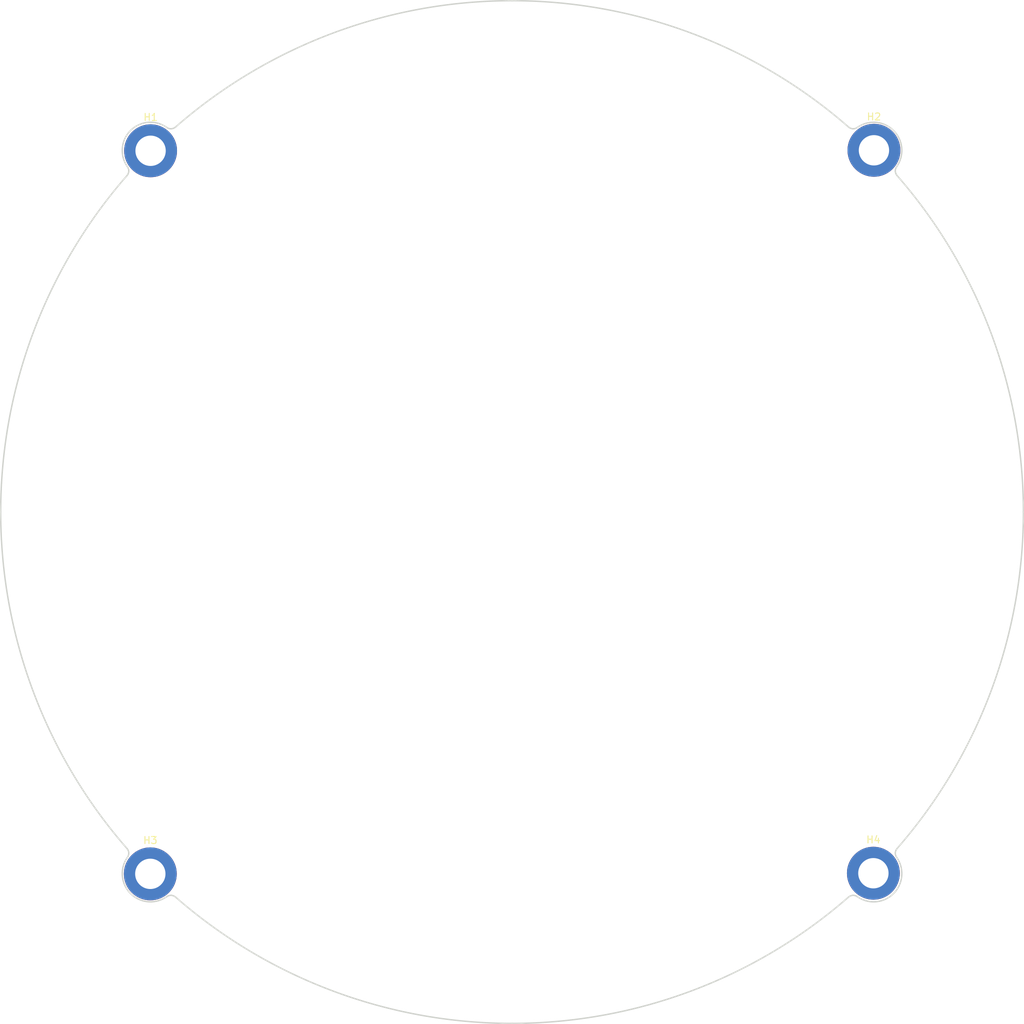
<source format=kicad_pcb>
(kicad_pcb (version 20221018) (generator pcbnew)
  (layers (0 "F.Cu" signal) (31 "B.Cu" signal) (34 "B.Paste" user) (35 "F.Paste" user) (36 "B.SilkS" user "B.Silkscreen") (37 "F.SilkS" user "F.Silkscreen") (38 "B.Mask" user) (39 "F.Mask" user) (44 "Edge.Cuts" user))
  (net 0 "")
  (net 1 "GNDREF")
  (footprint "MountingHole:MountingHole_4.3mm_M4_DIN965_Pad" (layer "F.Cu") (at 155.48 51.42)
    (fp_text reference "H2" (at 0 -4.75) (layer "F.SilkS"))
    (fp_text value "MountingHole_Pad")
    (pad "1" thru_hole circle (at 0 0) (size 7.5 7.5) (drill 4.3) (layers "*.Cu" "*.Mask") (net 1 "GNDREF"))
  )
  (footprint "MountingHole:MountingHole_4.3mm_M4_DIN965_Pad" (layer "F.Cu") (at 52.88 154.01)
    (fp_text reference "H3" (at 0 -4.75) (layer "F.SilkS"))
    (fp_text value "MountingHole_Pad")
    (pad "1" thru_hole circle (at 0 0) (size 7.5 7.5) (drill 4.3) (layers "*.Cu" "*.Mask") (net 1 "GNDREF"))
  )
  (footprint "MountingHole:MountingHole_4.3mm_M4_DIN965_Pad" (layer "F.Cu") (at 52.92 51.49)
    (fp_text reference "H1" (at 0 -4.75) (layer "F.SilkS"))
    (fp_text value "MountingHole_Pad")
    (pad "1" thru_hole circle (at 0 0) (size 7.5 7.5) (drill 4.3) (layers "*.Cu" "*.Mask") (net 1 "GNDREF"))
  )
  (footprint "MountingHole:MountingHole_4.3mm_M4_DIN965_Pad" (layer "F.Cu") (at 155.4 153.92)
    (fp_text reference "H4" (at 0 -4.75) (layer "F.SilkS"))
    (fp_text value "MountingHole_Pad")
    (pad "1" thru_hole circle (at 0 0) (size 7.5 7.5) (drill 4.3) (layers "*.Cu" "*.Mask") (net 1 "GNDREF"))
  )
  (gr_arc (start 49.579897 150.422475) (mid 36.293749 128.192575) (end 31.6683 102.7113) (stroke (width 0.2)) (layer "Edge.Cuts"))
  (gr_arc (start 158.75662 55.00003) (mid 172.042828 77.229966) (end 176.6683 102.7113) (stroke (width 0.2)) (layer "Edge.Cuts"))
  (gr_curve (pts (xy 158.6944 53.7628) (xy 158.5701 53.9353) (xy 158.4982 54.1642) (xy 158.5108 54.3922)) (stroke (width 0.2)) (layer "Edge.Cuts"))
  (gr_arc (start 158.69431 151.659796) (mid 158.261917 156.804937) (end 153.116774 157.237294) (stroke (width 0.2)) (layer "Edge.Cuts"))
  (gr_curve (pts (xy 152.4874 157.0538) (xy 152.2593 157.0641) (xy 152.0388 157.1587) (xy 151.8796 157.2996)) (stroke (width 0.2)) (layer "Edge.Cuts"))
  (gr_arc (start 176.6683 102.7113) (mid 172.042828 128.192634) (end 158.75662 150.42257) (stroke (width 0.2)) (layer "Edge.Cuts"))
  (gr_curve (pts (xy 153.1168 157.2374) (xy 152.9443 157.1131) (xy 152.7154 157.0412) (xy 152.4874 157.0538)) (stroke (width 0.2)) (layer "Edge.Cuts"))
  (gr_arc (start 56.457125 48.122897) (mid 78.687025 34.836749) (end 104.1683 30.2113) (stroke (width 0.2)) (layer "Edge.Cuts"))
  (gr_curve (pts (xy 55.8492 157.0538) (xy 55.6212 157.0412) (xy 55.3923 157.1131) (xy 55.2198 157.2374)) (stroke (width 0.2)) (layer "Edge.Cuts"))
  (gr_curve (pts (xy 56.457 157.2996) (xy 56.2978 157.1587) (xy 56.0773 157.0641) (xy 55.8492 157.0538)) (stroke (width 0.2)) (layer "Edge.Cuts"))
  (gr_arc (start 104.1683 30.2113) (mid 129.649634 34.836772) (end 151.87957 48.12298) (stroke (width 0.2)) (layer "Edge.Cuts"))
  (gr_arc (start 153.116774 48.185306) (mid 158.261917 48.617664) (end 158.69431 53.762804) (stroke (width 0.2)) (layer "Edge.Cuts"))
  (gr_curve (pts (xy 152.4874 48.3688) (xy 152.7154 48.3814) (xy 152.9443 48.3095) (xy 153.1168 48.1852)) (stroke (width 0.2)) (layer "Edge.Cuts"))
  (gr_curve (pts (xy 55.2198 48.1852) (xy 55.3923 48.3095) (xy 55.6212 48.3814) (xy 55.8492 48.3688)) (stroke (width 0.2)) (layer "Edge.Cuts"))
  (gr_curve (pts (xy 49.58 55) (xy 49.7209 54.8408) (xy 49.8155 54.6203) (xy 49.8258 54.3922)) (stroke (width 0.2)) (layer "Edge.Cuts"))
  (gr_curve (pts (xy 158.7566 150.4226) (xy 158.6157 150.5818) (xy 158.5211 150.8023) (xy 158.5108 151.0304)) (stroke (width 0.2)) (layer "Edge.Cuts"))
  (gr_arc (start 55.219804 157.23731) (mid 50.074663 156.804917) (end 49.642306 151.659774) (stroke (width 0.2)) (layer "Edge.Cuts"))
  (gr_curve (pts (xy 49.8258 54.3922) (xy 49.8384 54.1642) (xy 49.7665 53.9353) (xy 49.6422 53.7628)) (stroke (width 0.2)) (layer "Edge.Cuts"))
  (gr_curve (pts (xy 55.8492 48.3688) (xy 56.0773 48.3585) (xy 56.2978 48.2639) (xy 56.457 48.123)) (stroke (width 0.2)) (layer "Edge.Cuts"))
  (gr_curve (pts (xy 158.5108 151.0304) (xy 158.4982 151.2584) (xy 158.5701 151.4873) (xy 158.6944 151.6598)) (stroke (width 0.2)) (layer "Edge.Cuts"))
  (gr_arc (start 151.87957 157.29962) (mid 129.649634 170.585828) (end 104.1683 175.2113) (stroke (width 0.2)) (layer "Edge.Cuts"))
  (gr_curve (pts (xy 49.6422 151.6598) (xy 49.7665 151.4873) (xy 49.8384 151.2584) (xy 49.8258 151.0304)) (stroke (width 0.2)) (layer "Edge.Cuts"))
  (gr_arc (start 49.642306 53.762826) (mid 50.074664 48.617683) (end 55.219804 48.18529) (stroke (width 0.2)) (layer "Edge.Cuts"))
  (gr_curve (pts (xy 49.8258 151.0304) (xy 49.8155 150.8023) (xy 49.7209 150.5818) (xy 49.58 150.4226)) (stroke (width 0.2)) (layer "Edge.Cuts"))
  (gr_curve (pts (xy 158.5108 54.3922) (xy 158.5211 54.6203) (xy 158.6157 54.8408) (xy 158.7566 55)) (stroke (width 0.2)) (layer "Edge.Cuts"))
  (gr_curve (pts (xy 151.8796 48.123) (xy 152.0388 48.2639) (xy 152.2593 48.3585) (xy 152.4874 48.3688)) (stroke (width 0.2)) (layer "Edge.Cuts"))
  (gr_arc (start 31.6683 102.7113) (mid 36.293749 77.230025) (end 49.579897 55.000125) (stroke (width 0.2)) (layer "Edge.Cuts"))
  (gr_arc (start 104.1683 175.2113) (mid 78.687025 170.585851) (end 56.457125 157.299703) (stroke (width 0.2)) (layer "Edge.Cuts"))
)
</source>
